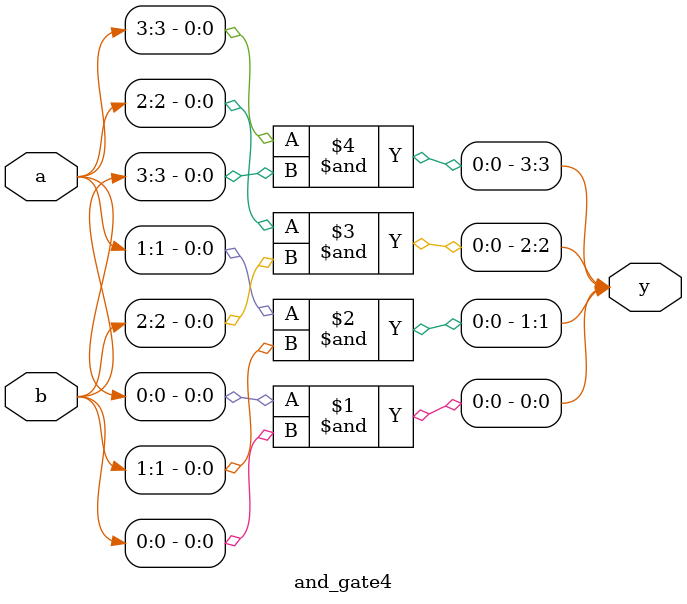
<source format=v>
module and_gate4
(
	input [3:0] a, b,
	output [3:0] y
);

	and a0(y[0], a[0], b[0]);
	and a1(y[1], a[1], b[1]);
	and a2(y[2], a[2], b[2]);
	and a3(y[3], a[3], b[3]);

endmodule

</source>
